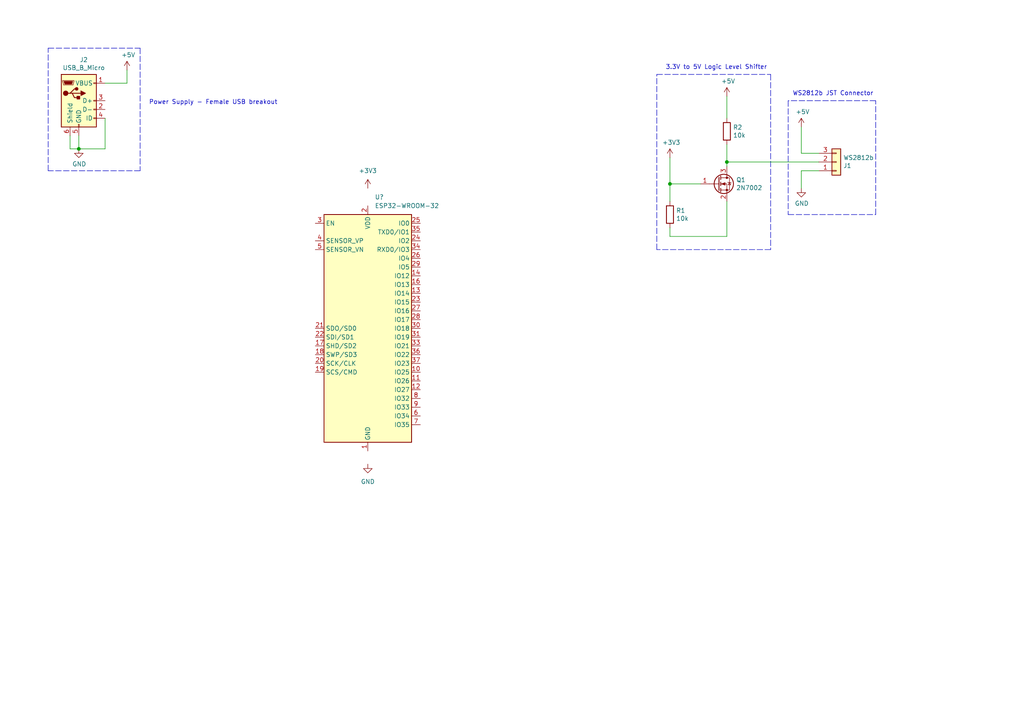
<source format=kicad_sch>
(kicad_sch (version 20211123) (generator eeschema)
  (paper "A4")
  (title_block (title "ESP-01 Light Controller") (date "2019-10-07") (rev "REV A"))
  (lib_symbols
    (symbol "Connector:USB_B_Micro" (pin_names (offset 1.016))
      (property "Reference" "J" (at -5.08 11.43 0))
      (property "Value" "USB_B_Micro" (at -5.08 8.89 0))
      (symbol "USB_B_Micro_0_1"
        (rectangle (start -5.08 -7.62) (end 5.08 7.62) (stroke (width 0.254)) (fill (type background)))
        (circle (center -3.81 2.159) (radius 0.635) (stroke (width 0.254)) (fill (type outline)))
        (circle (center -0.635 3.429) (radius 0.381) (stroke (width 0.254)) (fill (type outline)))
        (rectangle (start -0.127 -7.62) (end 0.127 -6.858))
        (polyline (pts (xy -1.905 2.159) (xy 0.635 2.159)) (stroke (width 0.254)))
        (polyline (pts (xy -3.175 2.159) (xy -2.54 2.159) (xy -1.27 3.429) (xy -0.635 3.429)) (stroke (width 0.254)))
        (polyline (pts (xy -2.54 2.159) (xy -1.905 2.159) (xy -1.27 0.889) (xy 0 0.889)) (stroke (width 0.254)))
        (polyline (pts (xy 0.635 2.794) (xy 0.635 1.524) (xy 1.905 2.159) (xy 0.635 2.794)) (stroke (width 0.254)) (fill (type outline)))
        (polyline (pts (xy -4.318 5.588) (xy -1.778 5.588) (xy -2.032 4.826) (xy -4.064 4.826) (xy -4.318 5.588)) (fill (type outline)))
        (polyline (pts (xy -4.699 5.842) (xy -4.699 5.588) (xy -4.445 4.826) (xy -4.445 4.572) (xy -1.651 4.572) (xy -1.651 4.826) (xy -1.397 5.588) (xy -1.397 5.842) (xy -4.699 5.842)))
        (rectangle (start 0.254 1.27) (end -0.508 0.508) (stroke (width 0.254)) (fill (type outline)))
        (rectangle (start 5.08 -5.207) (end 4.318 -4.953))
        (rectangle (start 5.08 -2.667) (end 4.318 -2.413))
        (rectangle (start 5.08 -0.127) (end 4.318 0.127))
        (rectangle (start 5.08 4.953) (end 4.318 5.207))
      )
      (symbol "USB_B_Micro_1_1"
        (pin power_out line (at 7.62 5.08 180) (length 2.54) (name "VBUS") (number "1"))
        (pin bidirectional line (at 7.62 -2.54 180) (length 2.54) (name "D-") (number "2"))
        (pin bidirectional line (at 7.62 0 180) (length 2.54) (name "D+") (number "3"))
        (pin passive line (at 7.62 -5.08 180) (length 2.54) (name "ID") (number "4"))
        (pin power_out line (at 0 -10.16 90) (length 2.54) (name "GND") (number "5"))
        (pin passive line (at -2.54 -10.16 90) (length 2.54) (name "Shield") (number "6"))
      )
    )
    (symbol "Connector_Generic:Conn_01x03" (pin_names (offset 1.016) hide)
      (property "Reference" "J" (at 0 5.08 0))
      (property "Value" "Conn_01x03" (at 0 -5.08 0))
      (symbol "Conn_01x03_1_1"
        (rectangle (start -1.27 -2.413) (end 0 -2.667) (stroke (width 0.1524)))
        (rectangle (start -1.27 0.127) (end 0 -0.127) (stroke (width 0.1524)))
        (rectangle (start -1.27 2.667) (end 0 2.413) (stroke (width 0.1524)))
        (rectangle (start -1.27 3.81) (end 1.27 -3.81) (stroke (width 0.254)) (fill (type background)))
        (pin passive line (at -5.08 2.54 0) (length 3.81) (name "Pin_1") (number "1"))
        (pin passive line (at -5.08 0 0) (length 3.81) (name "Pin_2") (number "2"))
        (pin passive line (at -5.08 -2.54 0) (length 3.81) (name "Pin_3") (number "3"))
      )
    )
    (symbol "Device:R" (pin_numbers hide) (pin_names (offset 0))
      (property "Reference" "R" (at 2.032 0 90))
      (property "Value" "R" (at 0 0 90))
      (symbol "R_0_1"
        (rectangle (start -1.016 -2.54) (end 1.016 2.54) (stroke (width 0.254)))
      )
      (symbol "R_1_1"
        (pin passive line (at 0 3.81 270) (length 1.27) (name "~") (number "1"))
        (pin passive line (at 0 -3.81 90) (length 1.27) (name "~") (number "2"))
      )
    )
    (symbol "RF_Module:ESP32-WROOM-32"
      (property "Reference" "U" (at -12.7 34.29 0))
      (property "Value" "ESP32-WROOM-32" (at 1.27 34.29 0))
      (symbol "ESP32-WROOM-32_0_1"
        (rectangle (start -12.7 33.02) (end 12.7 -33.02) (stroke (width 0.254)) (fill (type background)))
      )
      (symbol "ESP32-WROOM-32_1_1"
        (pin power_in line (at 0 -35.56 90) (length 2.54) (name "GND") (number "1"))
        (pin bidirectional line (at 15.24 -12.7 180) (length 2.54) (name "IO25") (number "10"))
        (pin bidirectional line (at 15.24 -15.24 180) (length 2.54) (name "IO26") (number "11"))
        (pin bidirectional line (at 15.24 -17.78 180) (length 2.54) (name "IO27") (number "12"))
        (pin bidirectional line (at 15.24 10.16 180) (length 2.54) (name "IO14") (number "13"))
        (pin bidirectional line (at 15.24 15.24 180) (length 2.54) (name "IO12") (number "14"))
        (pin passive line (at 0 -35.56 90) (length 2.54) hide (name "GND") (number "15"))
        (pin bidirectional line (at 15.24 12.7 180) (length 2.54) (name "IO13") (number "16"))
        (pin bidirectional line (at -15.24 -5.08 0) (length 2.54) (name "SHD/SD2") (number "17"))
        (pin bidirectional line (at -15.24 -7.62 0) (length 2.54) (name "SWP/SD3") (number "18"))
        (pin bidirectional line (at -15.24 -12.7 0) (length 2.54) (name "SCS/CMD") (number "19"))
        (pin power_in line (at 0 35.56 270) (length 2.54) (name "VDD") (number "2"))
        (pin bidirectional line (at -15.24 -10.16 0) (length 2.54) (name "SCK/CLK") (number "20"))
        (pin bidirectional line (at -15.24 0 0) (length 2.54) (name "SDO/SD0") (number "21"))
        (pin bidirectional line (at -15.24 -2.54 0) (length 2.54) (name "SDI/SD1") (number "22"))
        (pin bidirectional line (at 15.24 7.62 180) (length 2.54) (name "IO15") (number "23"))
        (pin bidirectional line (at 15.24 25.4 180) (length 2.54) (name "IO2") (number "24"))
        (pin bidirectional line (at 15.24 30.48 180) (length 2.54) (name "IO0") (number "25"))
        (pin bidirectional line (at 15.24 20.32 180) (length 2.54) (name "IO4") (number "26"))
        (pin bidirectional line (at 15.24 5.08 180) (length 2.54) (name "IO16") (number "27"))
        (pin bidirectional line (at 15.24 2.54 180) (length 2.54) (name "IO17") (number "28"))
        (pin bidirectional line (at 15.24 17.78 180) (length 2.54) (name "IO5") (number "29"))
        (pin input line (at -15.24 30.48 0) (length 2.54) (name "EN") (number "3"))
        (pin bidirectional line (at 15.24 0 180) (length 2.54) (name "IO18") (number "30"))
        (pin bidirectional line (at 15.24 -2.54 180) (length 2.54) (name "IO19") (number "31"))
        (pin no_connect line (at -12.7 -27.94 0) (length 2.54) hide (name "NC") (number "32"))
        (pin bidirectional line (at 15.24 -5.08 180) (length 2.54) (name "IO21") (number "33"))
        (pin bidirectional line (at 15.24 22.86 180) (length 2.54) (name "RXD0/IO3") (number "34"))
        (pin bidirectional line (at 15.24 27.94 180) (length 2.54) (name "TXD0/IO1") (number "35"))
        (pin bidirectional line (at 15.24 -7.62 180) (length 2.54) (name "IO22") (number "36"))
        (pin bidirectional line (at 15.24 -10.16 180) (length 2.54) (name "IO23") (number "37"))
        (pin passive line (at 0 -35.56 90) (length 2.54) hide (name "GND") (number "38"))
        (pin passive line (at 0 -35.56 90) (length 2.54) hide (name "GND") (number "39"))
        (pin input line (at -15.24 25.4 0) (length 2.54) (name "SENSOR_VP") (number "4"))
        (pin input line (at -15.24 22.86 0) (length 2.54) (name "SENSOR_VN") (number "5"))
        (pin input line (at 15.24 -25.4 180) (length 2.54) (name "IO34") (number "6"))
        (pin input line (at 15.24 -27.94 180) (length 2.54) (name "IO35") (number "7"))
        (pin bidirectional line (at 15.24 -20.32 180) (length 2.54) (name "IO32") (number "8"))
        (pin bidirectional line (at 15.24 -22.86 180) (length 2.54) (name "IO33") (number "9"))
      )
    )
    (symbol "Transistor_FET:2N7002" (pin_names hide)
      (property "Reference" "Q" (at 5.08 1.905 0))
      (property "Value" "2N7002" (at 5.08 0 0))
      (symbol "2N7002_0_1"
        (polyline (pts (xy 0.254 0) (xy -2.54 0)))
        (polyline (pts (xy 0.254 1.905) (xy 0.254 -1.905)) (stroke (width 0.254)))
        (polyline (pts (xy 0.762 -1.27) (xy 0.762 -2.286)) (stroke (width 0.254)))
        (polyline (pts (xy 0.762 0.508) (xy 0.762 -0.508)) (stroke (width 0.254)))
        (polyline (pts (xy 0.762 2.286) (xy 0.762 1.27)) (stroke (width 0.254)))
        (polyline (pts (xy 2.54 2.54) (xy 2.54 1.778)))
        (polyline (pts (xy 2.54 -2.54) (xy 2.54 0) (xy 0.762 0)))
        (polyline (pts (xy 0.762 -1.778) (xy 3.302 -1.778) (xy 3.302 1.778) (xy 0.762 1.778)))
        (polyline (pts (xy 1.016 0) (xy 2.032 0.381) (xy 2.032 -0.381) (xy 1.016 0)) (fill (type outline)))
        (polyline (pts (xy 2.794 0.508) (xy 2.921 0.381) (xy 3.683 0.381) (xy 3.81 0.254)))
        (polyline (pts (xy 3.302 0.381) (xy 2.921 -0.254) (xy 3.683 -0.254) (xy 3.302 0.381)))
        (circle (center 1.651 0) (radius 2.794) (stroke (width 0.254)))
        (circle (center 2.54 -1.778) (radius 0.254) (fill (type outline)))
        (circle (center 2.54 1.778) (radius 0.254) (fill (type outline)))
      )
      (symbol "2N7002_1_1"
        (pin input line (at -5.08 0 0) (length 2.54) (name "G") (number "1"))
        (pin passive line (at 2.54 -5.08 90) (length 2.54) (name "S") (number "2"))
        (pin passive line (at 2.54 5.08 270) (length 2.54) (name "D") (number "3"))
      )
    )
    (symbol "power:+3.3V" (power) (pin_names (offset 0))
      (property "Value" "+3.3V" (at 0 3.556 0))
      (symbol "+3.3V_0_1"
        (polyline (pts (xy -0.762 1.27) (xy 0 2.54)))
        (polyline (pts (xy 0 0) (xy 0 2.54)))
        (polyline (pts (xy 0 2.54) (xy 0.762 1.27)))
      )
      (symbol "+3.3V_1_1"
        (pin power_in line (at 0 0 90) (length 0) hide (name "+3V3") (number "1"))
      )
    )
    (symbol "power:+3V3" (power) (pin_names (offset 0))
      (property "Value" "+3V3" (at 0 3.556 0))
      (symbol "+3V3_0_1"
        (polyline (pts (xy -0.762 1.27) (xy 0 2.54)))
        (polyline (pts (xy 0 0) (xy 0 2.54)))
        (polyline (pts (xy 0 2.54) (xy 0.762 1.27)))
      )
      (symbol "+3V3_1_1"
        (pin power_in line (at 0 0 90) (length 0) hide (name "+3V3") (number "1"))
      )
    )
    (symbol "power:+5V" (power) (pin_names (offset 0))
      (property "Value" "+5V" (at 0 3.556 0))
      (symbol "+5V_0_1"
        (polyline (pts (xy -0.762 1.27) (xy 0 2.54)))
        (polyline (pts (xy 0 0) (xy 0 2.54)))
        (polyline (pts (xy 0 2.54) (xy 0.762 1.27)))
      )
      (symbol "+5V_1_1"
        (pin power_in line (at 0 0 90) (length 0) hide (name "+5V") (number "1"))
      )
    )
    (symbol "power:GND" (power) (pin_names (offset 0))
      (property "Value" "GND" (at 0 -3.81 0))
      (symbol "GND_0_1"
        (polyline (pts (xy 0 0) (xy 0 -1.27) (xy 1.27 -1.27) (xy 0 -2.54) (xy -1.27 -1.27) (xy 0 -1.27)))
      )
      (symbol "GND_1_1"
        (pin power_in line (at 0 0 270) (length 0) hide (name "GND") (number "1"))
      )
    )
  )
  (junction (at 194.31 53.34))
  (junction (at 22.86 43.18))
  (junction (at 210.82 46.99))
  (wire (pts (xy 22.86 39.37) (xy 22.86 43.18)))
  (polyline (pts (xy 40.64 49.53) (xy 13.97 49.53)))
  (wire (pts (xy 237.49 49.53) (xy 232.41 49.53)))
  (polyline (pts (xy 254 29.21) (xy 228.6 29.21)))
  (wire (pts (xy 237.49 46.99) (xy 210.82 46.99)))
  (wire (pts (xy 30.48 43.18) (xy 22.86 43.18)))
  (wire (pts (xy 30.48 24.13) (xy 36.83 24.13)))
  (wire (pts (xy 194.31 66.04) (xy 194.31 68.58)))
  (wire (pts (xy 203.2 53.34) (xy 194.31 53.34)))
  (polyline (pts (xy 254 62.23) (xy 254 29.21)))
  (wire (pts (xy 210.82 41.91) (xy 210.82 46.99)))
  (wire (pts (xy 210.82 68.58) (xy 210.82 58.42)))
  (polyline (pts (xy 223.52 21.59) (xy 223.52 72.39)))
  (polyline (pts (xy 13.97 13.97) (xy 40.64 13.97)))
  (polyline (pts (xy 13.97 49.53) (xy 13.97 13.97)))
  (wire (pts (xy 210.82 46.99) (xy 210.82 48.26)))
  (wire (pts (xy 232.41 49.53) (xy 232.41 54.61)))
  (wire (pts (xy 194.31 68.58) (xy 210.82 68.58)))
  (polyline (pts (xy 190.5 72.39) (xy 190.5 21.59)))
  (wire (pts (xy 232.41 36.83) (xy 232.41 44.45)))
  (polyline (pts (xy 228.6 62.23) (xy 254 62.23)))
  (polyline (pts (xy 190.5 21.59) (xy 223.52 21.59)))
  (wire (pts (xy 20.32 43.18) (xy 22.86 43.18)))
  (wire (pts (xy 30.48 34.29) (xy 30.48 43.18)))
  (wire (pts (xy 194.31 45.72) (xy 194.31 53.34)))
  (wire (pts (xy 194.31 53.34) (xy 194.31 58.42)))
  (polyline (pts (xy 223.52 72.39) (xy 190.5 72.39)))
  (wire (pts (xy 36.83 24.13) (xy 36.83 20.32)))
  (wire (pts (xy 232.41 44.45) (xy 237.49 44.45)))
  (wire (pts (xy 210.82 34.29) (xy 210.82 27.94)))
  (polyline (pts (xy 40.64 13.97) (xy 40.64 49.53)))
  (wire (pts (xy 20.32 39.37) (xy 20.32 43.18)))
  (polyline (pts (xy 228.6 29.21) (xy 228.6 62.23)))
  (text "Power Supply - Female USB breakout" (at 43.18 30.48 0) (effects (font (size 1.27 1.27)) (justify left bottom)))
  (text "3.3V to 5V Logic Level Shifter" (at 193.04 20.32 0) (effects (font (size 1.27 1.27)) (justify left bottom)))
  (text "WS2812b JST Connector" (at 229.87 27.94 0) (effects (font (size 1.27 1.27)) (justify left bottom)))
  (symbol (lib_id "Connector_Generic:Conn_01x03") (at 242.57 46.99 0) (mirror x) (unit 1)
    (property "Reference" "J1" (at 244.5766 48.0568 0) (effects (justify left)))
    (property "Value" "WS2812b" (at 244.5766 45.7454 0) (effects (justify left)))
    (property "Footprint" "Connector_JST:JST_XH_S3B-XH-A_1x03_P2.50mm_Horizontal" (effects hide))
  )
  (symbol (lib_id "power:+5V") (at 232.41 36.83 0) (unit 1)
    (property "Reference" "#PWR0105" (effects hide))
    (property "Value" "+5V" (at 232.791 32.4358 0))
  )
  (symbol (lib_id "power:GND") (at 232.41 54.61 0) (unit 1)
    (property "Reference" "#PWR0106" (effects hide))
    (property "Value" "GND" (at 232.537 59.0042 0))
  )
  (symbol (lib_id "Device:R") (at 194.31 62.23 0) (unit 1)
    (property "Reference" "R1" (at 196.088 61.0616 0) (effects (justify left)))
    (property "Value" "10k" (at 196.088 63.373 0) (effects (justify left)))
    (property "Footprint" "Resistor_SMD:R_0201_0603Metric" (effects hide))
  )
  (symbol (lib_id "Device:R") (at 210.82 38.1 0) (unit 1)
    (property "Reference" "R2" (at 212.598 36.9316 0) (effects (justify left)))
    (property "Value" "10k" (at 212.598 39.243 0) (effects (justify left)))
    (property "Footprint" "Resistor_SMD:R_0201_0603Metric" (effects hide))
  )
  (symbol (lib_id "power:+3.3V") (at 194.31 45.72 0) (unit 1)
    (property "Reference" "#PWR0109" (effects hide))
    (property "Value" "+3.3V" (at 194.691 41.3258 0))
  )
  (symbol (lib_id "power:+5V") (at 210.82 27.94 0) (unit 1)
    (property "Reference" "#PWR0110" (effects hide))
    (property "Value" "+5V" (at 211.201 23.5458 0))
  )
  (symbol (lib_id "Connector:USB_B_Micro") (at 22.86 29.21 0) (unit 1)
    (property "Reference" "J2" (at 24.3078 17.3482 0))
    (property "Value" "USB_B_Micro" (at 24.3078 19.6596 0))
    (property "Footprint" "digikey-footprints:USB_Micro_B_Female_1050170001" (effects hide))
  )
  (symbol (lib_id "power:+5V") (at 36.83 20.32 0) (unit 1)
    (property "Reference" "#PWR0101" (effects hide))
    (property "Value" "+5V" (at 37.211 15.9258 0))
  )
  (symbol (lib_id "Transistor_FET:2N7002") (at 208.28 53.34 0) (unit 1)
    (property "Reference" "Q1" (at 213.5124 52.1716 0) (effects (justify left)))
    (property "Value" "2N7002" (at 213.5124 54.483 0) (effects (justify left)))
    (property "Footprint" "Package_TO_SOT_SMD:SOT-23" (effects hide))
    (property "Datasheet" "https://www.fairchildsemi.com/datasheets/2N/2N7002.pdf" (effects hide))
  )
  (symbol (lib_id "power:GND") (at 22.86 43.18 0) (unit 1)
    (property "Reference" "#PWR0102" (effects hide))
    (property "Value" "GND" (at 22.987 47.5742 0))
  )
  (symbol (lib_id "power:GND") (at 106.68 134.62 0) (unit 1)
    (property "Reference" "#PWR?" (effects hide))
    (property "Value" "GND" (at 106.68 139.7 0))
  )
  (symbol (lib_id "RF_Module:ESP32-WROOM-32") (at 106.68 95.25 0) (unit 1)
    (property "Reference" "U?" (at 108.6994 57.15 0) (effects (justify left)))
    (property "Value" "ESP32-WROOM-32" (at 108.6994 59.69 0) (effects (justify left)))
    (property "Footprint" "RF_Module:ESP32-WROOM-32" (effects hide))
    (property "Datasheet" "https://www.espressif.com/sites/default/files/documentation/esp32-wroom-32_datasheet_en.pdf" (effects hide))
  )
  (symbol (lib_id "power:+3V3") (at 106.68 54.61 0) (unit 1)
    (property "Reference" "#PWR?" (effects hide))
    (property "Value" "+3V3" (at 106.68 49.53 0))
  )
)
</source>
